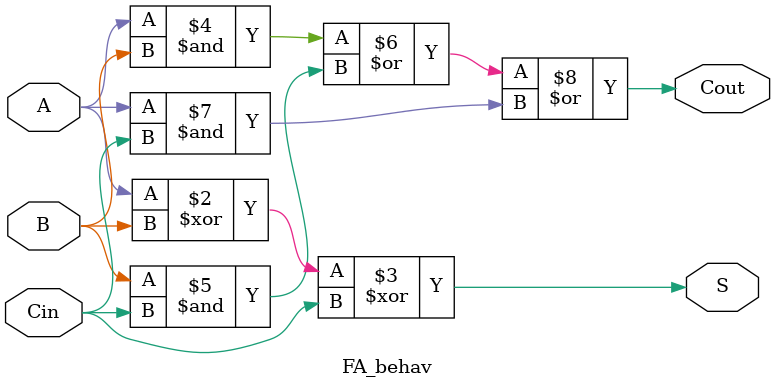
<source format=v>
module FA_behav(
input A, B, Cin,
output reg S, Cout
);

always @(*)
begin
S = A^B^Cin;
Cout = (A&B)|(B&Cin)|(A&Cin);
end
endmodule

</source>
